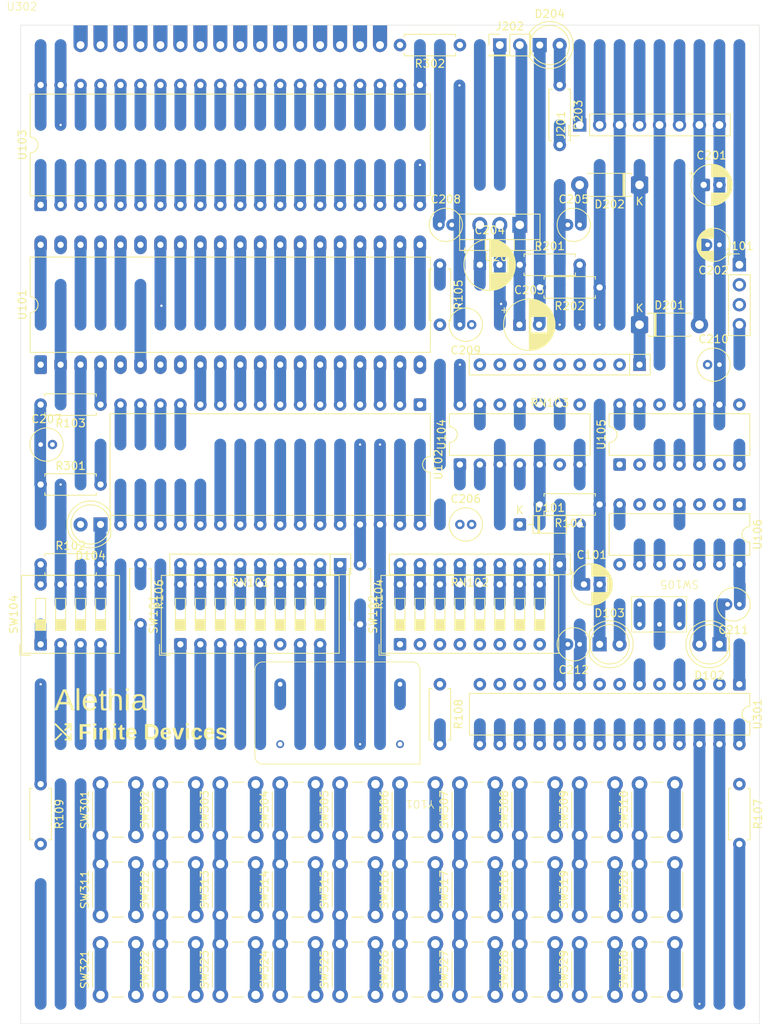
<source format=kicad_pcb>
(kicad_pcb (version 20241229) (generator "pcbnew") (generator_version "9.0")
  (layers (0 "F.Cu" signal) (4 "In1.Cu" signal) (6 "In2.Cu" signal) (8 "In3.Cu" signal) (10 "In4.Cu" signal) (12 "In5.Cu" signal) (14 "In6.Cu" signal) (16 "In7.Cu" signal) (18 "In8.Cu" signal) (20 "In9.Cu" signal) (22 "In10.Cu" signal) (2 "B.Cu" signal) (13 "F.Paste" user) (15 "B.Paste" user) (5 "F.SilkS" user "F.Silkscreen") (7 "B.SilkS" user "B.Silkscreen") (1 "F.Mask" user) (3 "B.Mask" user) (25 "Edge.Cuts" user))
  (net 0 "")
  (net 1 "GND")
  (net 2 "VCC")
  (net 3 "~{IRQ}")
  (net 4 "/A15")
  (net 5 "/A14")
  (net 6 "/A13")
  (net 7 "/A12")
  (net 8 "/A11")
  (net 9 "/A10")
  (net 10 "/A9")
  (net 11 "/A8")
  (net 12 "RAM_BANKSEL")
  (net 13 "/D2")
  (net 14 "/A3")
  (net 15 "/D0")
  (net 17 "/A5")
  (net 18 "CLOCK")
  (net 19 "/D6")
  (net 20 "/D1")
  (net 21 "/A0")
  (net 22 "/A1")
  (net 24 "/A4")
  (net 25 "PHI2O")
  (net 27 "/D5")
  (net 28 "/D7")
  (net 29 "/A2")
  (net 31 "unconnected-(U101-PHI1-Pad3)")
  (net 32 "/A7")
  (net 33 "/D3")
  (net 34 "/A6")
  (net 35 "/D4")
  (net 36 "+5V")
  (net 38 "~{VIA_CS}")
  (net 39 "~{RAM_CS}")
  (net 40 "VBS")
  (net 41 "unconnected-(J201-D+-Pad3)")
  (net 42 "unconnected-(J201-SBU1-Pad2)")
  (net 43 "unconnected-(J201-SBU2-Pad6)")
  (net 44 "unconnected-(J201-CC1-Pad5)")
  (net 45 "unconnected-(J201-CC2-Pad1)")
  (net 46 "unconnected-(J201-D--Pad4)")
  (net 49 "Net-(U104-Pad4)")
  (net 51 "unconnected-(U105-Pad11)")
  (net 52 "Net-(U105-Pad2)")
  (net 53 "Net-(U105-Pad1)")
  (net 56 "Net-(D201-A)")
  (net 57 "Net-(J202-Pin_2)")
  (net 58 "Net-(D202-A)")
  (net 59 "~{WE}")
  (net 60 "Net-(U102-~{OE})")
  (net 61 "Net-(U301-GPA0)")
  (net 62 "Net-(U301-GPB4)")
  (net 63 "Net-(U301-GPB7)")
  (net 64 "Net-(U301-GPA1)")
  (net 65 "Net-(U301-GPA2)")
  (net 66 "Net-(U301-GPA3)")
  (net 67 "Net-(U301-GPA4)")
  (net 68 "Net-(U301-GPA5)")
  (net 69 "Net-(U301-GPA6)")
  (net 70 "Net-(U301-GPA7)")
  (net 71 "Net-(U301-GPB6)")
  (net 72 "Net-(U301-GPB3)")
  (net 73 "Net-(U301-GPB5)")
  (net 74 "Net-(U301-GPB2)")
  (net 75 "unconnected-(U301-INTB-Pad19)")
  (net 76 "Net-(U302-V0)")
  (net 77 "KB_SO")
  (net 78 "KB_SI")
  (net 79 "KB_INT")
  (net 80 "KB_SCK")
  (net 81 "~{KB_CS}")
  (net 82 "Net-(U301-A0)")
  (net 83 "DISP_E")
  (net 84 "DISP_RW")
  (net 85 "DISP_RS")
  (net 86 "DISP_D0")
  (net 87 "DISP_D3")
  (net 88 "DISP_D1")
  (net 89 "DISP_D7")
  (net 90 "DISP_D5")
  (net 91 "DISP_D6")
  (net 92 "DISP_D2")
  (net 93 "DISP_D4")
  (net 95 "~{BATLOW}")
  (net 96 "KB_SWA")
  (net 97 "KB_SWB")
  (net 98 "DISP_BL")
  (net 99 "Net-(D102-A)")
  (net 100 "Net-(D103-A)")
  (net 101 "Net-(D104-A)")
  (net 102 "Net-(D204-A)")
  (net 103 "Net-(U103-PB0)")
  (net 104 "Net-(J101-Pin_2)")
  (net 105 "Net-(J101-Pin_3)")
  (footprint "Capacitor_THT:C_Radial_D4.0mm_H5.0mm_P1.50mm" (layer "F.Cu") (at 142.24 99.06 180)
    (property "Reference" "C211")
    (property "Value" "0.1u")
  )
  (footprint "Button_Switch_THT:SW_PUSH_6mm" (layer "F.Cu") (at 91.44 138.58 90)
    (property "Reference" "SW315")
    (property "Value" "G/^/CH7")
  )
  (footprint "Resistor_THT:R_Axial_DIN0207_L6.3mm_D2.5mm_P7.62mm_Horizontal" (layer "F.Cu") (at 66.04 93.98 -90)
    (property "Reference" "R106")
    (property "Value" "10k")
  )
  (footprint "Resistor_THT:R_Axial_DIN0207_L6.3mm_D2.5mm_P7.62mm_Horizontal" (layer "F.Cu") (at 124.46 58.756 180)
    (property "Reference" "R202")
    (property "Value" "39k")
  )
  (footprint "Package_DIP:DIP-40_W15.24mm" (layer "F.Cu") (at 53.34 48.26 90)
    (property "Reference" "U103")
    (property "Value" "W65C22N6TPG-14")
  )
  (footprint "Capacitor_THT:C_Radial_D4.0mm_H5.0mm_P1.50mm" (layer "F.Cu") (at 121.92 104.14 180)
    (property "Reference" "C212")
    (property "Value" "0.1u")
  )
  (footprint "Button_Switch_THT:SW_PUSH_6mm" (layer "F.Cu") (at 121.92 138.58 90)
    (property "Reference" "SW319")
    (property "Value" "L/)/]")
  )
  (footprint "Button_Switch_THT:SW_PUSH_6mm" (layer "F.Cu") (at 129.54 148.74 90)
    (property "Reference" "SW330")
    (property "Value" "SPC/ENT")
  )
  (footprint "Button_Switch_THT:SW_PUSH_6mm" (layer "F.Cu") (at 114.3 148.74 90)
    (property "Reference" "SW328")
    (property "Value" "M///?")
  )
  (footprint "Package_DIP:DIP-14_W7.62mm" (layer "F.Cu") (at 127 81.28 90)
    (property "Reference" "U105")
    (property "Value" "74LS08")
  )
  (footprint "Button_Switch_THT:SW_PUSH_6mm" (layer "F.Cu") (at 129.54 138.58 90)
    (property "Reference" "SW320")
    (property "Value" "BKSP/DEL")
  )
  (footprint "Button_Switch_THT:SW_PUSH_6mm" (layer "F.Cu") (at 106.68 138.58 90)
    (property "Reference" "SW317")
    (property "Value" "J/*/}")
  )
  (footprint "LED_THT:LED_D5.0mm" (layer "F.Cu") (at 116.84 27.94)
    (property "Reference" "D204")
    (property "Value" "Red LED")
  )
  (footprint "Resistor_THT:R_Axial_DIN0207_L6.3mm_D2.5mm_P7.62mm_Horizontal" (layer "F.Cu") (at 104.14 109.22 -90)
    (property "Reference" "R108")
    (property "Value" "330")
  )
  (footprint "Resistor_THT:R_Axial_DIN0207_L6.3mm_D2.5mm_P7.62mm_Horizontal" (layer "F.Cu") (at 119.38 33.02 -90)
    (property "Reference" "R203")
    (property "Value" "330")
  )
  (footprint "Capacitor_THT:C_Radial_D4.0mm_H5.0mm_P1.50mm" (layer "F.Cu") (at 120.42 50.8)
    (property "Reference" "C205")
    (property "Value" "0.1u")
  )
  (footprint "Button_Switch_THT:SW_PUSH_6mm" (layer "F.Cu") (at 91.44 148.74 90)
    (property "Reference" "SW325")
    (property "Value" "V/#/~")
  )
  (footprint "Button_Switch_THT:SW_PUSH_6mm" (layer "F.Cu") (at 91.44 128.42 90)
    (property "Reference" "SW305")
    (property "Value" "T/5/CH3")
  )
  (footprint "Resistor_THT:R_Axial_DIN0207_L6.3mm_D2.5mm_P7.62mm_Horizontal" (layer "F.Cu") (at 142.24 121.92 -90)
    (property "Reference" "R107")
    (property "Value" "330")
  )
  (footprint "Package_DIP:DIP-28_W7.62mm" (layer "F.Cu") (at 142.24 109.22 -90)
    (property "Reference" "U301")
    (property "Value" "MCP23S17_SP")
  )
  (footprint "Resistor_THT:R_Axial_DIN0207_L6.3mm_D2.5mm_P7.62mm_Horizontal" (layer "F.Cu") (at 53.34 93.98)
    (property "Reference" "R102")
    (property "Value" "10k")
  )
  (footprint "Connector_PinHeader_2.54mm:PinHeader_2x01_P2.54mm_Vertical" (layer "F.Cu") (at 111.76 27.94)
    (property "Reference" "J202")
    (property "Value" "9V battery")
  )
  (footprint "Button_Switch_THT:SW_PUSH_6mm" (layer "F.Cu") (at 76.2 128.42 90)
    (property "Reference" "SW303")
    (property "Value" "E/3/CH1")
  )
  (footprint "Button_Switch_THT:SW_PUSH_6mm" (layer "F.Cu") (at 121.92 148.74 90)
    (property "Reference" "SW329")
    (property "Value" "SYM")
  )
  (footprint "Package_DIP:DIP-14_W7.62mm" (layer "F.Cu") (at 142.24 86.36 -90)
    (property "Reference" "U106")
    (property "Value" "74LS21")
  )
  (footprint "Button_Switch_THT:SW_DIP_SPSTx08_Slide_9.78x22.5mm_W7.62mm_P2.54mm" (layer "F.Cu") (at 99.06 104.14 90)
    (property "Reference" "SW102")
    (property "Value" "SW_DIP_x08")
  )
  (footprint "Button_Switch_THT:SW_PUSH_6mm" (layer "F.Cu") (at 83.82 138.58 90)
    (property "Reference" "SW314")
    (property "Value" "F/%/CH6")
  )
  (footprint "Capacitor_THT:CP_Radial_D4.0mm_P1.50mm" (layer "F.Cu") (at 139.7 53.34 180)
    (property "Reference" "C202")
    (property "Value" "0.1u")
  )
  (footprint "Diode_THT:D_DO-41_SOD81_P7.62mm_Horizontal" (layer "F.Cu") (at 129.54 45.72 180)
    (property "Reference" "D202")
    (property "Value" "D_Schottky")
  )
  (footprint "LED_THT:LED_D5.0mm" (layer "F.Cu") (at 124.46 104.14)
    (property "Reference" "D103")
    (property "Value" "Red LED")
  )
  (footprint "Components:NHD-0420DZ-FL-YBW" (layer "F.Cu") (at 48.42 25.44)
    (property "Reference" "U302")
    (property "Value" "NHD-0420DZ-NSW-BBW")
  )
  (footprint "LED_THT:LED_D5.0mm" (layer "F.Cu") (at 139.7 104.14 180)
    (property "Reference" "D102")
    (property "Value" "Green LED")
  )
  (footprint "Resistor_THT:R_Axial_DIN0207_L6.3mm_D2.5mm_P7.62mm_Horizontal" (layer "F.Cu") (at 53.34 121.92 -90)
    (property "Reference" "R109")
    (property "Value" "330")
  )
  (footprint "Components:Badge" (layer "F.Cu") (at 66.04 113.03)
    (property "Reference" "G***" (hide yes))
    (property "Value" "LOGO" (hide yes))
  )
  (footprint "Button_Switch_THT:SW_DIP_SPSTx08_Slide_9.78x22.5mm_W7.62mm_P2.54mm" (layer "F.Cu") (at 71.12 104.14 90)
    (property "Reference" "SW101")
    (property "Value" "SW_DIP_x08")
  )
  (footprint "Button_Switch_THT:SW_PUSH_6mm" (layer "F.Cu") (at 76.2 138.58 90)
    (property "Reference" "SW313")
    (property "Value" "D/$/CH5")
  )
  (footprint "Button_Switch_THT:SW_PUSH_6mm" (layer "F.Cu") (at 60.96 138.58 90)
    (property "Reference" "SW311")
    (property "Value" "A/!/`")
  )
  (footprint "Capacitor_THT:C_Radial_D4.0mm_H5.0mm_P1.50mm" (layer "F.Cu") (at 53.34 78.74)
    (property "Reference" "C207")
    (property "Value" "0.1u")
  )
  (footprint "Package_DIP:DIP-40_W15.24mm_LongPads" (layer "F.Cu") (at 53.34 68.58 90)
    (property "Reference" "U101")
    (property "Value" "W65C02S6TPG-14")
  )
  (footprint "Resistor_THT:R_Axial_DIN0207_L6.3mm_D2.5mm_P7.62mm_Horizontal" (layer "F.Cu") (at 106.68 27.94 180)
    (property "Reference" "R302")
    (property "Value" "1.2k")
  )
  (footprint "Button_Switch_THT:SW_PUSH_6mm" (layer "F.Cu") (at 121.92 128.42 90)
    (property "Reference" "SW309")
    (property "Value" "O/9/=")
  )
  (footprint "Components:ECS-100AX-010" (layer "F.Cu") (at 101.6 119.38 180)
    (property "Reference" "Y101")
    (property "Value" "ECS-100AX-010")
  )
  (footprint "Button_Switch_THT:SW_PUSH_6mm" (layer "F.Cu") (at 106.68 128.42 90)
    (property "Reference" "SW307")
    (property "Value" "U/7/-")
  )
  (footprint "Button_Switch_THT:SW_PUSH_6mm" (layer "F.Cu") (at 129.54 128.42 90)
    (property "Reference" "SW310")
    (property "Value" "P/0")
  )
  (footprint "Capacitor_THT:C_Radial_D4.0mm_H5.0mm_P1.50mm" (layer "F.Cu") (at 108.18 63.5 180)
    (property "Reference" "C209")
    (property "Value" "0.1u")
  )
  (footprint "Package_TO_SOT_THT:TO-220-3_Vertical" (layer "F.Cu") (at 114.3 50.8 180)
    (property "Reference" "U201")
    (property "Value" "LP2954AIT/NOPB")
  )
  (footprint "Resistor_THT:R_Array_SIP9" (layer "F.Cu") (at 129.54 68.58 180)
    (property "Reference" "RN103")
    (property "Value" "8×10k")
  )
  (footprint "Button_Switch_THT:SW_PUSH_6mm" (layer "F.Cu") (at 83.82 148.74 90)
    (property "Reference" "SW324")
    (property "Value" "C/'/@")
  )
  (footprint "Button_Switch_THT:SW_PUSH_6mm" (layer "F.Cu") (at 83.82 128.42 90)
    (property "Reference" "SW304")
    (property "Value" "R/4/CH2")
  )
  (footprint "Capacitor_THT:CP_Radial_D5.0mm_P2.00mm" (layer "F.Cu") (at 137.7 45.72)
    (property "Reference" "C201")
    (property "Value" "10u")
  )
  (footprint "Package_DIP:DIP-14_W7.62mm" (layer "F.Cu") (at 106.68 81.28 90)
    (property "Reference" "U104")
    (property "Value" "74LS04")
  )
  (footprint "Button_Switch_THT:SW_PUSH_6mm" (layer "F.Cu") (at 68.58 138.58 90)
    (property "Reference" "SW312")
    (property "Value" "S/\"/CH4")
  )
  (footprint "Button_Switch_THT:SW_DIP_SPSTx04_Slide_9.78x12.34mm_W7.62mm_P2.54mm" (layer "F.Cu") (at 53.34 104.14 90)
    (property "Reference" "SW104")
    (property "Value" "SW_DIP_x04")
  )
  (footprint "Button_Switch_THT:SW_PUSH_6mm" (layer "F.Cu") (at 106.68 148.74 90)
    (property "Reference" "SW327")
    (property "Value" "N/./>")
  )
  (footprint "Button_Switch_THT:SW_PUSH_6mm" (layer "F.Cu") (at 99.06 128.42 90)
    (property "Reference" "SW306")
    (property "Value" "Y/6/_")
  )
  (footprint "Button_Switch_THT:SW_PUSH_6mm" (layer "F.Cu") (at 114.3 138.58 90)
    (property "Reference" "SW318")
    (property "Value" "K/(/[")
  )
  (footprint "Capacitor_THT:CP_Radial_D5.0mm_P2.00mm" (layer "F.Cu") (at 122.46 96.52)
    (property "Reference" "C101")
    (property "Value" "4.7u")
  )
  (footprint "Resistor_THT:R_Axial_DIN0207_L6.3mm_D2.5mm_P7.62mm_Horizontal" (layer "F.Cu") (at 104.14 55.88 -90)
    (property "Reference" "R105")
    (property "Value" "10k")
  )
  (footprint "Capacitor_THT:CP_Radial_D6.3mm_P2.50mm" (layer "F.Cu") (at 109.22 55.88)
    (property "Reference" "C204")
    (property "Value" "100u")
  )
  (footprint "Capacitor_THT:C_Radial_D4.0mm_H5.0mm_P1.50mm" (layer "F.Cu") (at 138.2 68.58)
    (property "Reference" "C210")
    (property "Value" "0.1u")
  )
  (footprint "Resistor_THT:R_Axial_DIN0207_L6.3mm_D2.5mm_P7.62mm_Horizontal" (layer "F.Cu") (at 93.98 93.98 -90)
    (property "Reference" "R104")
    (property "Value" "10k")
  )
  (footprint "Resistor_THT:R_Array_SIP9" (layer "F.Cu") (at 119.38 93.98 180)
    (property "Reference" "RN102")
    (property "Value" "8×10k")
  )
  (footprint "Diode_THT:D_DO-41_SOD81_P7.62mm_Horizontal" (layer "F.Cu") (at 129.54 63.5)
    (property "Reference" "D201")
    (property "Value" "D_Schottky")
  )
  (footprint "Resistor_THT:R_Axial_DIN0207_L6.3mm_D2.5mm_P7.62mm_Horizontal" (layer "F.Cu") (at 124.46 86.36 180)
    (property "Reference" "R101")
    (property "Value" "10k")
  )
  (footprint "Button_Switch_THT:SW_PUSH_6mm" (layer "F.Cu") (at 99.06 148.74 90)
    (property "Reference" "SW326")
    (property "Value" "B/,/<")
  )
  (footprint "Capacitor_THT:C_Radial_D4.0mm_H5.0mm_P1.50mm" (layer "F.Cu") (at 106.68 88.9)
    (property "Reference" "C206")
    (property "Value" "0.1u")
  )
  (footprint "Resistor_THT:R_Axial_DIN0207_L6.3mm_D2.5mm_P7.62mm_Horizontal" (layer "F.Cu") (at 53.34 83.82)
    (property "Reference" "R301")
    (property "Value" "10k")
  )
  (footprint "Button_Switch_THT:SW_PUSH_6mm" (layer "F.Cu") (at 68.58 128.42 90)
    (property "Reference" "SW302")
    (property "Value" "W/2/CH0")
  )
  (footprint "Capacitor_THT:CP_Radial_D6.3mm_P2.50mm" (layer "F.Cu") (at 114.26 63.5)
    (property "Reference" "C203")
    (property "Value" "100u")
  )
  (footprint "Resistor_THT:R_Array_SIP9" (layer "F.Cu") (at 91.44 93.98 180)
    (property "Reference" "RN101")
    (property "Value" "8×10k")
  )
  (footprint "Button_Switch_THT:SW_PUSH_6mm" (layer "F.Cu") (at 76.2 148.74 90)
    (property "Reference" "SW323")
    (property "Value" "X/;/:")
  )
  (footprint "Diode_THT:D_DO-35_SOD27_P7.62mm_Horizontal" (layer "F.Cu") (at 114.3 88.9)
    (property "Reference" "D101")
    (property "Value" "1N4148")
  )
  (footprint "Package_DIP:DIP-32_W15.24mm" (layer "F.Cu") (at 101.6 73.66 -90)
    (property "Reference" "U102")
    (property "Value" "AS6C1008-55PCN")
  )
  (footprint "Capacitor_THT:C_Radial_D4.0mm_H5.0mm_P1.50mm" (layer "F.Cu") (at 104.14 50.8)
    (property "Reference" "C208")
    (property "Value" "0.1u")
  )
  (footprint "Connector_PinHeader_2.54mm:PinHeader_1x08_P2.54mm_Vertical" (layer "F.Cu") (at 121.92 38.1 90)
    (property "Reference" "J201")
    (property "Value" "4090 USB-C")
  )
  (footprint "Button_Switch_THT:SW_PUSH_6mm" (layer "F.Cu") (at 114.3 128.42 90)
    (property "Reference" "SW308")
    (property "Value" "I/8/+")
  )
  (footprint "Button_Switch_THT:SW_PUSH_6mm" (layer "F.Cu") (at 60.96 148.74 90)
    (property "Reference" "SW321")
    (property "Value" "SHIFT")
  )
  (footprint "Components:G19AP" (layer "F.Cu") (at 134.62 101.6 180)
    (property "Reference" "SW105")
    (property "Value" "G19AP")
  )
  (footprint "Button_Switch_THT:SW_PUSH_6mm" (layer "F.Cu") (at 99.06 138.58 90)
    (property "Reference" "SW316")
    (property "Value" "H/&/{")
  )
  (footprint "Resistor_THT:R_Axial_DIN0207_L6.3mm_D2.5mm_P7.62mm_Horizontal" (layer "F.Cu") (at 114.3 55.88)
    (property "Reference" "R201")
    (property "Value" "100k")
  )
  (footprint "LED_THT:LED_D5.0mm" (layer "F.Cu") (at 60.96 88.9 180)
    (property "Reference" "D104")
    (property "Value" "Yellow LED")
  )
  (footprint "Button_Switch_THT:SW_PUSH_6mm" (layer "F.Cu") (at 68.58 148.74 90)
    (property "Reference" "SW322")
    (property "Value" "Z/\\/|")
  )
  (footprint "Button_Switch_THT:SW_PUSH_6mm" (layer "F.Cu") (at 60.96 128.42 90)
    (property "Reference" "SW301")
    (property "Value" "Q/1/STOP")
  )
  (footprint "Connector_PinHeader_2.54mm:PinHeader_1x04_P2.54mm_Vertical" (layer "F.Cu") (at 142.24 55.88)
    (property "Reference" "J101")
    (property "Value" "Conn_01x04")
  )
  (footprint "Resistor_THT:R_Axial_DIN0207_L6.3mm_D2.5mm_P7.62mm_Horizontal" (layer "F.Cu") (at 60.96 73.66 180)
    (property "Reference" "R103")
    (property "Value" "3.3k")
  )
  (gr_rect (start 50.8 25.4) (end 144.78 152.4) (stroke (width 0.05)) (fill no) (layer "Edge.Cuts"))
  (segment (start 68.58 116.84) (end 68.58 93.98) (width 1.5) (layer "B.Cu") (net 0))
  (segment (start 58.42 121.92) (end 58.42 149.86) (width 1.5) (layer "B.Cu") (net 0))
  (segment (start 104.14 81.28) (end 104.14 68.58) (width 1.5) (layer "B.Cu") (net 0))
  (segment (start 109.22 27.94) (end 109.22 45.72) (width 1.5) (layer "B.Cu") (net 0))
  (segment (start 55.88 121.92) (end 55.88 149.86) (width 1.5) (layer "B.Cu") (net 0))
  (segment (start 53.34 134.62) (end 53.34 149.86) (width 1.5) (layer "B.Cu") (net 0))
  (segment (start 104.14 88.9) (end 104.14 86.36) (width 1.5) (layer "B.Cu") (net 0))
  (segment (start 63.5 93.98) (end 63.5 116.84) (width 1.5) (layer "B.Cu") (net 0))
  (via (at 119.38 63.5) (size 0.6) (drill 0.3) (layers "F.Cu" "B.Cu") (net 1))
  (via (at 106.629 33.071) (size 0.6) (drill 0.3) (layers "F.Cu" "B.Cu") (net 1))
  (via (at 93.98 116.84) (size 0.6) (drill 0.3) (layers "F.Cu" "B.Cu") (net 1))
  (via (at 111.923577 60.858) (size 0.6) (drill 0.3) (layers "F.Cu" "B.Cu") (net 1))
  (via (at 106.629 60.96) (size 0.6) (drill 0.3) (layers "F.Cu" "B.Cu") (net 1))
  (segment (start 65.46 148.74) (end 65.46 142.24) (width 1.5) (layer "B.Cu") (net 1))
  (segment (start 139.7 38.1) (end 139.7 27.94) (width 1.5) (layer "B.Cu") (net 1))
  (segment (start 139.7 55.88) (end 139.751 55.931) (width 1.5) (layer "B.Cu") (net 1))
  (segment (start 116.84 63.42) (end 116.76 63.5) (width 1.5) (layer "B.Cu") (net 1))
  (segment (start 139.751 55.931) (end 139.751 48.311) (width 1.5) (layer "B.Cu") (net 1))
  (segment (start 124.46 86.36) (end 124.46 96.52) (width 1.5) (layer "B.Cu") (net 1))
  (segment (start 142.24 55.88) (end 142.24 27.94) (width 1.5) (layer "B.Cu") (net 1))
  (segment (start 134.62 81.28) (end 134.62 78.74) (width 1.5) (layer "B.Cu") (net 1))
  (segment (start 137.16 81.28) (end 137.16 73.66) (width 1.5) (layer "B.Cu") (net 1))
  (segment (start 111.76 27.94) (end 111.76 45.72) (width 1.5) (layer "B.Cu") (net 1))
  (segment (start 119.38 53.34) (end 119.38 50.8) (width 1.5) (layer "B.Cu") (net 1))
  (segment (start 119.38 60.96) (end 119.38 63.5) (width 1.5) (layer "B.Cu") (net 1))
  (segment (start 126.42 142.24) (end 126.42 148.74) (width 1.5) (layer "B.Cu") (net 1))
  (segment (start 109.22 73.66) (end 109.22 76.2) (width 1.5) (layer "B.Cu") (net 1))
  (segment (start 116.84 58.756) (end 116.84 60.96) (width 1.5) (layer "B.Cu") (net 1))
  (segment (start 114.3 73.66) (end 114.3 76.2) (width 1.5) (layer "B.Cu") (net 1))
  (segment (start 119.38 109.22) (end 119.38 104.14) (width 1.5) (layer "B.Cu") (net 1))
  (segment (start 139.7 99.06) (end 140.59 99.06) (width 1.5) (layer "B.Cu") (net 1))
  (segment (start 53.34 48.26) (end 53.34 43.18) (width 1.5) (layer "B.Cu") (net 1))
  (segment (start 111.923577 60.858) (end 111.76 61.021577) (width 1.5) (layer "B.Cu") (net 1))
  (segment (start 93.98 101.6) (end 93.98 99.06) (width 1.5) (layer "B.Cu") (net 1))
  (segment (start 119.38 53.34) (end 119.38 55.88) (width 1.5) (layer "B.Cu") (net 1))
  (segment (start 106.629 50.8) (end 105.691 50.8) (width 1.5) (layer "B.Cu") (net 1))
  (segment (start 119.38 73.66) (end 119.38 76.2) (width 1.5) (layer "B.Cu") (net 1))
  (segment (start 101.6 53.34) (end 101.6 63.5) (width 1.5) (layer "B.Cu") (net 1))
  (segment (start 139.751 48.311) (end 139.7 48.26) (width 1.5) (layer "B.Cu") (net 1))
  (segment (start 93.98 101.6) (end 93.98 116.84) (width 1.5) (layer "B.Cu") (net 1))
  (segment (start 139.7 73.66) (end 139.7 76.2) (width 1.5) (layer "B.Cu") (net 1))
  (segment (start 111.76 116.84) (end 111.76 114.3) (width 1.5) (layer "B.Cu") (net 1))
  (segment (start 139.7 38.1) (end 139.7 45.72) (width 1.5) (layer "B.Cu") (net 1))
  (segment (start 106.629 50.8) (end 106.629 33.071) (width 1.5) (layer "B.Cu") (net 1))
  (segment (start 121.92 81.28) (end 121.92 78.74) (width 1.5) (layer "B.Cu") (net 1))
  (segment (start 119.38 93.98) (end 119.38 104.14) (width 1.5) (layer "B.Cu") (net 1))
  (segment (start 111.923577 60.858) (end 111.76 60.694423) (width 1.5) (layer "B.Cu") (net 1))
  (segment (start 124.46 96.52) (end 124.46 104.14) (width 1.5) (layer "B.Cu") (net 1))
  (segment (start 116.84 60.96) (end 116.84 63.42) (width 1.5) (layer "B.Cu") (net 1))
  (segment (start 60.96 96.52) (end 60.96 93.98) (width 1.5) (layer "B.Cu") (net 1))
  (segment (start 139.751 55.931) (end 139.751 73.609) (width 1.5) (layer "B.Cu") (net 1))
  (segment (start 60.96 93.98) (end 60.96 88.9) (width 1.5) (layer "B.Cu") (net 1))
  (segment (start 106.629 60.96) (end 106.629 50.8) (width 1.5) (layer "B.Cu") (net 1))
  (segment (start 121.92 81.28) (end 121.92 83.82) (width 1.5) (layer "B.Cu") (net 1))
  (segment (start 63.5 73.66) (end 63.5 78.74) (width 1.5) (layer "B.Cu") (net 1))
  (segment (start 116.84 58.756) (end 116.84 27.94) (width 1.5) (layer "B.Cu") (net 1))
  (segment (start 58.42 96.52) (end 58.42 99.06) (width 1.5) (layer "B.Cu") (net 1))
  (segment (start 142.24 81.28) (end 142.24 78.74) (width 1.5) (layer "B.Cu") (net 1))
  (segment (start 139.7 48.26) (end 139.7 45.72) (width 1.5) (layer "B.Cu") (net 1))
  (segment (start 127 86.36) (end 127 88.9) (width 1.5) (layer "B.Cu") (net 1))
  (segment (start 119.38 50.8) (end 120.369 50.8) (width 1.5) (layer "B.Cu") (net 1))
  (segment (start 119.38 104.14) (end 120.369 104.14) (width 1.5) (layer "B.Cu") (net 1))
  (segment (start 119.38 93.98) (end 119.38 86.36) (width 1.5) (layer "B.Cu") (net 1))
  (segment (start 111.76 60.694423) (end 111.76 50.8) (width 1.5) (layer "B.Cu") (net 1))
  (segment (start 91.44 93.98) (end 91.44 116.84) (width 1.5) (layer "B.Cu") (net 1))
  (segment (start 58.42 96.52) (end 58.42 93.98) (width 1.5) (layer "B.Cu") (net 1))
  (segment (start 119.38 58.42) (end 119.38 60.96) (width 1.5) (layer "B.Cu") (net 1))
  (segment (start 124.46 86.36) (end 124.46 73.66) (width 1.5) (layer "B.Cu") (net 1))
  (segment (start 119.38 50.8) (end 119.38 45.72) (width 1.5) (layer "B.Cu") (net 1))
  (segment (start 139.7 104.14) (end 139.7 99.06) (width 1.5) (layer "B.Cu") (net 1))
  (segment (start 129.54 73.66) (end 129.54 76.2) (width 1.5) (layer "B.Cu") (net 1))
  (segment (start 139.751 73.609) (end 139.7 73.66) (width 1.5) (layer "B.Cu") (net 1))
  (segment (start 60.96 96.52) (end 60.96 99.06) (width 1.5) (layer "B.Cu") (net 1))
  (segment (start 111.76 61.021577) (end 111.76 63.5) (width 1.5) (layer "B.Cu") (net 1))
  (segment (start 119.38 58.42) (end 119.38 53.34) (width 1.5) (layer "B.Cu") (net 1))
  (segment (start 106.629 63.5) (end 106.629 60.96) (width 1.5) (layer "B.Cu") (net 1))
  (via (at 106.68 68.58) (size 0.6) (drill 0.3) (layers "F.Cu" "B.Cu") (net 2))
  (via (at 101.6 43.18) (size 0.6) (drill 0.3) (layers "F.Cu" "B.Cu") (net 2))
  (segment (start 66.04 68.58) (end 66.04 58.42) (width 1.5) (layer "B.Cu") (net 2))
  (segment (start 55.88 68.58) (end 55.88 58.42) (width 1.5) (layer "B.Cu") (net 2))
  (segment (start 58.42 53.34) (end 58.42 63.5) (width 1.5) (layer "B.Cu") (net 2))
  (segment (start 142.24 93.98) (end 142.24 96.52) (width 1.5) (layer "B.Cu") (net 2))
  (segment (start 122.07 103.435423) (end 121.92 103.285423) (width 1.5) (layer "B.Cu") (net 2))
  (segment (start 53.289 73.711) (end 53.289 83.769) (width 1.5) (layer "B.Cu") (net 2))
  (segment (start 53.34 73.66) (end 53.289 73.711) (width 1.5) (layer "B.Cu") (net 2))
  (segment (start 101.6 48.26) (end 101.6 43.18) (width 1.5) (layer "B.Cu") (net 2))
  (segment (start 127 73.66) (end 127 76.2) (width 1.5) (layer "B.Cu") (net 2))
  (segment (start 55.88 104.14) (end 55.88 116.84) (width 1.5) (layer "B.Cu") (net 2))
  (segment (start 104.14 116.84) (end 104.14 114.3) (width 1.5) (layer "B.Cu") (net 2))
  (segment (start 142.24 93.98) (end 142.24 91.44) (width 1.5) (layer "B.Cu") (net 2))
  (segment (start 116.84 116.84) (end 116.84 114.3) (width 1.5) (layer "B.Cu") (net 2))
  (segment (start 142.291 96.571) (end 142.291 99.06) (width 1.5) (layer "B.Cu") (net 2))
  (segment (start 53.289 83.769) (end 53.34 83.82) (width 1.5) (layer "B.Cu") (net 2))
  (segment (start 104.14 49.945423) (end 103.99 50.095423) (width 1.5) (layer "B.Cu") (net 2))
  (segment (start 103.99 50.095423) (end 103.99 50.8) (width 1.5) (layer "B.Cu") (net 2))
  (segment (start 121.92 103.285423) (end 121.92 101.6) (width 1.5) (layer "B.Cu") (net 2))
  (segment (start 106.68 73.66) (end 106.68 68.58) (width 1.5) (layer "B.Cu") (net 2))
  (segment (start 53.34 53.34) (end 53.34 63.5) (width 1.5) (layer "B.Cu") (net 2))
  (segment (start 121.92 109.22) (end 121.92 104.994577) (width 1.5) (layer "B.Cu") (net 2))
  (segment (start 63.5 53.34) (end 63.5 63.5) (width 1.5) (layer "B.Cu") (net 2))
  (segment (start 99.06 109.22) (end 99.06 111.76) (width 1.5) (layer "B.Cu") (net 2))
  (segment (start 122.07 104.844577) (end 122.07 103.435423) (width 1.5) (layer "B.Cu") (net 2))
  (segment (start 104.14 27.94) (end 104.14 49.945423) (width 1.5) (layer "B.Cu") (net 2))
  (segment (start 55.88 68.58) (end 55.88 73.66) (width 1.5) (layer "B.Cu") (net 2))
  (segment (start 121.92 104.994577) (end 122.07 104.844577) (width 1.5) (layer "B.Cu") (net 2))
  (segment (start 142.24 63.5) (end 142.24 68.58) (width 1.5) (layer "B.Cu") (net 2))
  (segment (start 53.34 83.82) (end 53.34 88.9) (width 1.5) (layer "B.Cu") (net 2))
  (segment (start 129.54 99.06) (end 129.54 101.6) (width 1.5) (layer "B.Cu") (net 2))
  (segment (start 142.24 96.52) (end 142.291 96.571) (width 1.5) (layer "B.Cu") (net 2))
  (segment (start 68.58 33.02) (end 68.58 38.1) (width 1.5) (layer "B.Cu") (net 2))
  (segment (start 101.6 33.02) (end 101.6 27.94) (width 1.5) (layer "B.Cu") (net 3))
  (segment (start 60.96 68.58) (end 60.96 73.66) (width 1.5) (layer "B.Cu") (net 3))
  (segment (start 101.6 33.02) (end 101.6 38.1) (width 1.5) (layer "B.Cu") (net 3))
  (segment (start 137.16 93.98) (end 137.16 91.44) (width 1.5) (layer "B.Cu") (net 4))
  (segment (start 83.82 88.9) (end 83.82 78.74) (width 1.5) (layer "B.Cu") (net 4))
  (segment (start 91.44 53.34) (end 91.44 63.5) (width 1.5) (layer "B.Cu") (net 4))
  (segment (start 139.7 93.98) (end 139.7 91.44) (width 1.5) (layer "B.Cu") (net 5))
  (segment (start 86.36 88.9) (end 86.36 78.74) (width 1.5) (layer "B.Cu") (net 5))
  (segment (start 93.98 53.34) (end 93.98 63.5) (width 1.5) (layer "B.Cu") (net 5))
  (segment (start 88.9 88.9) (end 88.9 78.74) (width 1.5) (layer "B.Cu") (net 6))
  (segment (start 96.52 53.34) (end 96.52 63.5) (width 1.5) (layer "B.Cu") (net 6))
  (segment (start 129.54 93.98) (end 129.54 91.44) (width 1.5) (layer "B.Cu") (net 7))
  (segment (start 91.44 88.9) (end 91.44 78.74) (width 1.5) (layer "B.Cu") (net 7))
  (segment (start 99.06 53.34) (end 99.06 63.5) (width 1.5) (layer "B.Cu") (net 7))
  (segment (start 134.62 86.36) (end 134.62 88.9) (width 1.5) (layer "B.Cu") (net 8))
  (segment (start 99.06 88.9) (end 99.06 78.74) (width 1.5) (layer "B.Cu") (net 8))
  (segment (start 99.06 68.58) (end 99.06 73.66) (width 1.5) (layer "B.Cu") (net 9))
  (segment (start 96.52 73.66) (end 96.52 68.58) (width 1.5) (layer "B.Cu") (net 10))
  (segment (start 132.08 93.98) (end 132.08 91.44) (width 1.5) (layer "B.Cu") (net 10))
  (segment (start 111.76 81.28) (end 111.76 78.74) (width 1.5) (layer "B.Cu") (net 11))
  (segment (start 111.76 81.28) (end 111.76 88.9) (width 1.5) (layer "B.Cu") (net 11))
  (segment (start 93.98 68.58) (end 93.98 73.66) (width 1.5) (layer "B.Cu") (net 11))
  (segment (start 78.74 88.9) (end 78.74 78.74) (width 1.5) (layer "B.Cu") (net 12))
  (segment (start 53.34 96.52) (end 53.34 93.98) (width 1.5) (layer "B.Cu") (net 12))
  (segment (start 76.2 33.02) (end 76.2 38.1) (width 1.5) (layer "B.Cu") (net 13))
  (segment (start 76.2 53.34) (end 76.2 63.5) (width 1.5) (layer "B.Cu") (net 13))
  (segment (start 71.12 73.66) (end 71.12 78.74) (width 1.5) (layer "B.Cu") (net 13))
  (segment (start 104.14 93.98) (end 104.14 99.06) (width 1.5) (layer "B.Cu") (net 13))
  (segment (start 66.04 33.02) (end 66.04 38.1) (width 1.5) (layer "B.Cu") (net 14))
  (segment (start 78.74 93.98) (end 78.74 99.06) (width 1.5) (layer "B.Cu") (net 14))
  (segment (start 81.28 68.58) (end 81.28 73.66) (width 1.5) (layer "B.Cu") (net 14))
  (segment (start 71.12 53.34) (end 71.12 63.5) (width 1.5) (layer "B.Cu") (net 15))
  (segment (start 71.12 33.02) (end 71.12 38.1) (width 1.5) (layer "B.Cu") (net 15))
  (segment (start 99.06 93.98) (end 99.06 99.06) (width 1.5) (layer "B.Cu") (net 15))
  (segment (start 66.04 73.66) (end 66.04 78.74) (width 1.5) (layer "B.Cu") (net 15))
  (segment (start 83.82 96.52) (end 83.82 99.06) (width 1.5) (layer "B.Cu") (net 17))
  (segment (start 83.82 93.98) (end 83.82 96.52) (width 1.5) (layer "B.Cu") (net 17))
  (segment (start 86.36 68.58) (end 86.36 73.66) (width 1.5) (layer "B.Cu") (net 17))
  (segment (start 83.82 109.22) (end 83.82 111.76) (width 1.5) (layer "B.Cu") (net 18))
  (segment (start 60.96 58.42) (end 60.96 63.5) (width 1.5) (layer "B.Cu") (net 18))
  (segment (start 91.44 33.02) (end 91.44 38.1) (width 1.5) (layer "B.Cu") (net 18))
  (segment (start 60.96 53.34) (end 60.96 58.42) (width 1.5) (layer "B.Cu") (net 18))
  (segment (start 86.36 33.02) (end 86.36 38.1) (width 1.5) (layer "B.Cu") (net 19))
  (segment (start 71.12 88.9) (end 71.12 83.82) (width 1.5) (layer "B.Cu") (net 19))
  (segment (start 86.36 53.34) (end 86.36 63.5) (width 1.5) (layer "B.Cu") (net 19))
  (segment (start 114.3 93.98) (end 114.3 99.06) (width 1.5) (layer "B.Cu") (net 19))
  (segment (start 68.58 76.2) (end 68.58 78.74) (width 1.5) (layer "B.Cu") (net 20))
  (segment (start 73.66 53.34) (end 73.66 63.5) (width 1.5) (layer "B.Cu") (net 20))
  (segment (start 73.66 33.02) (end 73.66 38.1) (width 1.5) (layer "B.Cu") (net 20))
  (segment (start 68.58 73.66) (end 68.58 76.2) (width 1.5) (layer "B.Cu") (net 20))
  (segment (start 101.6 93.98) (end 101.6 99.06) (width 1.5) (layer "B.Cu") (net 20))
  (segment (start 73.66 68.58) (end 73.66 73.66) (width 1.5) (layer "B.Cu") (net 21))
  (segment (start 58.42 33.02) (end 58.42 38.1) (width 1.5) (layer "B.Cu") (net 21))
  (segment (start 71.12 93.98) (end 71.12 99.06) (width 1.5) (layer "B.Cu") (net 21))
  (segment (start 76.2 68.58) (end 76.2 73.66) (width 1.5) (layer "B.Cu") (net 22))
  (segment (start 73.66 93.98) (end 73.66 99.06) (width 1.5) (layer "B.Cu") (net 22))
  (segment (start 60.96 33.02) (end 60.96 38.1) (width 1.5) (layer "B.Cu") (net 22))
  (segment (start 81.28 93.98) (end 81.28 96.52) (width 1.5) (layer "B.Cu") (net 24))
  (segment (start 81.28 96.52) (end 81.28 99.06) (width 1.5) (layer "B.Cu") (net 24))
  (segment (start 83.82 68.58) (end 83.82 73.66) (width 1.5) (layer "B.Cu") (net 24))
  (via (at 96.52 78.74) (size 0.6) (drill 0.3) (layers "F.Cu" "B.Cu") (net 25))
  (segment (start 96.52 88.9) (end 96.52 116.84) (width 1.5) (layer "B.Cu") (net 25))
  (segment (start 104.14 55.88) (end 104.14 58.42) (width 1.5) (layer "B.Cu") (net 25))
  (segment (start 96.52 88.9) (end 96.52 78.74) (width 1.5) (layer "B.Cu") (net 25))
  (segment (start 111.76 93.98) (end 111.76 96.52) (width 1.5) (layer "B.Cu") (net 27))
  (segment (start 111.76 96.52) (end 111.76 99.06) (width 1.5) (layer "B.Cu") (net 27))
  (segment (start 83.82 33.02) (end 83.82 38.1) (width 1.5) (layer "B.Cu") (net 27))
  (segment (start 68.58 88.9) (end 68.58 83.82) (width 1.5) (layer "B.Cu") (net 27))
  (segment (start 83.82 53.34) (end 83.82 63.5) (width 1.5) (layer "B.Cu") (net 27))
  (segment (start 73.66 88.9) (end 73.66 83.82) (width 1.5) (layer "B.Cu") (net 28))
  (segment (start 88.9 53.34) (end 88.9 63.5) (width 1.5) (layer "B.Cu") (net 28))
  (segment (start 88.9 33.02) (end 88.9 38.1) (width 1.5) (layer "B.Cu") (net 28))
  (segment (start 116.84 93.98) (end 116.84 99.06) (width 1.5) (layer "B.Cu") (net 28))
  (segment (start 76.2 93.98) (end 76.2 99.06) (width 1.5) (layer "B.Cu") (net 29))
  (segment (start 63.5 33.02) (end 63.5 38.1) (width 1.5) (layer "B.Cu") (net 29))
  (segment (start 78.74 68.58) (end 78.74 73.66) (width 1.5) (layer "B.Cu") (net 29))
  (segment (start 58.42 68.58) (end 58.42 83.82) (width 1.5) (layer "B.Cu") (net 31))
  (segment (start 88.9 96.52) (end 88.9 99.06) (width 1.5) (layer "B.Cu") (net 32))
  (segment (start 88.9 96.52) (end 88.9 93.98) (width 1.5) (layer "B.Cu") (net 32))
  (segment (start 91.44 68.58) (end 91.44 73.66) (width 1.5) (layer "B.Cu") (net 32))
  (segment (start 78.74 33.02) (end 78.74 38.1) (width 1.5) (layer "B.Cu") (net 33))
  (segment (start 78.74 53.34) (end 78.74 63.5) (width 1.5) (layer "B.Cu") (net 33))
  (segment (start 63.5 88.9) (end 63.5 83.82) (width 1.5) (layer "B.Cu") (net 33))
  (segment (start 106.68 93.98) (end 106.68 99.06) (width 1.5) (layer "B.Cu") (net 33))
  (segment (start 88.9 68.58) (end 88.9 73.66) (width 1.5) (layer "B.Cu") (net 34))
  (segment (start 86.36 93.98) (end 86.36 96.52) (width 1.5) (layer "B.Cu") (net 34))
  (segment (start 86.36 96.52) (end 86.36 99.06) (width 1.5) (layer "B.Cu") (net 34))
  (segment (start 66.04 88.9) (end 66.04 83.82) (width 1.5) (layer "B.Cu") (net 35))
  (segment (start 109.22 93.98) (end 109.22 99.06) (width 1.5) (layer "B.Cu") (net 35))
  (segment (start 81.28 53.34) (end 81.28 63.5) (width 1.5) (layer "B.Cu") (net 35))
  (segment (start 81.28 33.02) (end 81.28 38.1) (width 1.5) (layer "B.Cu") (net 35))
  (segment (start 129.54 68.58) (end 129.54 63.5) (width 1.5) (layer "B.Cu") (net 36))
  (segment (start 66.04 101.6) (end 66.04 116.84) (width 1.5) (layer "B.Cu") (net 36))
  (segment (start 129.54 45.72) (end 129.54 43.18) (width 1.5) (layer "B.Cu") (net 36))
  (segment (start 129.54 45.72) (end 129.54 63.5) (width 1.5) (layer "B.Cu") (net 36))
  (segment (start 53.34 104.14) (end 53.34 101.6) (width 1.5) (layer "B.Cu") (net 36))
  (segment (start 101.6 88.9) (end 101.6 78.74) (width 1.5) (layer "B.Cu") (net 36))
  (segment (start 132.08 99.06) (end 132.08 104.14) (width 1.5) (layer "B.Cu") (net 36))
  (segment (start 96.52 33.02) (end 96.52 38.1) (width 1.5) (layer "B.Cu") (net 38))
  (segment (start 93.98 33.02) (end 93.98 38.1) (width 1.5) (layer "B.Cu") (net 39))
  (segment (start 116.84 86.36) (end 116.84 88.9) (width 1.5) (layer "B.Cu") (net 39))
  (segment (start 132.08 81.28) (end 132.08 78.74) (width 1.5) (layer "B.Cu") (net 39))
  (segment (start 116.84 81.28) (end 116.84 86.36) (width 1.5) (layer "B.Cu") (net 39))
  (segment (start 76.2 88.9) (end 76.2 78.74) (width 1.5) (layer "B.Cu") (net 39))
  (segment (start 116.84 81.28) (end 116.84 78.74) (width 1.5) (layer "B.Cu") (net 39))
  (segment (start 86.36 104.14) (end 86.36 116.84) (width 1.5) (layer "B.Cu") (net 40))
  (segment (start 73.66 104.14) (end 73.66 116.84) (width 1.5) (layer "B.Cu") (net 40))
  (segment (start 78.74 104.14) (end 78.74 116.84) (width 1.5) (layer "B.Cu") (net 40))
  (segment (start 71.12 104.14) (end 71.12 116.84) (width 1.5) (layer "B.Cu") (net 40))
  (segment (start 88.9 104.14) (end 88.9 116.84) (width 1.5) (layer "B.Cu") (net 40))
  (segment (start 122.46 96.52) (end 121.92 96.52) (width 1.5) (layer "B.Cu") (net 40))
  (segment (start 134.62 99.06) (end 134.62 101.6) (width 1.5) (layer "B.Cu") (net 40))
  (segment (start 76.2 104.14) (end 76.2 116.84) (width 1.5) (layer "B.Cu") (net 40))
  (segment (start 81.28 104.14) (end 81.28 116.84) (width 1.5) (layer "B.Cu") (net 40))
  (segment (start 121.92 88.9) (end 121.92 96.52) (width 1.5) (layer "B.Cu") (net 40))
  (segment (start 127 38.1) (end 127 63.5) (width 1.5) (layer "B.Cu") (net 41))
  (segment (start 127 38.1) (end 127 27.94) (width 1.5) (layer "B.Cu") (net 41))
  (segment (start 124.46 38.1) (end 124.46 27.94) (width 1.5) (layer "B.Cu") (net 42))
  (segment (start 134.62 38.1) (end 134.62 27.94) (width 1.5) (layer "B.Cu") (net 43))
  (segment (start 132.08 38.1) (end 132.08 27.94) (width 1.5) (layer "B.Cu") (net 44))
  (segment (start 132.08 38.1) (end 132.08 63.5) (width 1.5) (layer "B.Cu") (net 44))
  (segment (start 132.08 63.5) (end 132.08 68.58) (width 1.5) (layer "B.Cu") (net 44))
  (segment (start 121.92 38.1) (end 121.92 27.94) (width 1.5) (layer "B.Cu") (net 45))
  (segment (start 129.54 38.1) (end 129.54 27.94) (width 1.5) (layer "B.Cu") (net 46))
  (segment (start 114.3 81.28) (end 114.3 83.82) (width 1.5) (layer "B.Cu") (net 49))
  (segment (start 134.62 73.66) (end 134.62 43.18) (width 1.5) (layer "B.Cu") (net 51))
  (segment (start 137.16 63.5) (end 137.16 54.23) (width 1.5) (layer "B.Cu") (net 56))
  (segment (start 137.16 46.26) (end 137.7 45.72) (width 1.5) (layer "B.Cu") (net 56))
  (segment (start 137.16 54.23) (end 137.16 46.26) (width 1.5) (layer "B.Cu") (net 56))
  (segment (start 119.38 40.64) (end 119.38 38.1) (width 1.5) (layer "B.Cu") (net 56))
  (segment (start 137.16 38.1) (end 137.16 46.26) (width 1.5) (layer "B.Cu") (net 56))
  (segment (start 137.16 38.1) (end 137.16 27.94) (width 1.5) (layer "B.Cu") (net 56))
  (segment (start 137.16 54.23) (end 138.05 53.34) (width 1.5) (layer "B.Cu") (net 56))
  (segment (start 114.511 50.589) (end 114.511 28.151) (width 1.5) (layer "B.Cu") (net 57))
  (segment (start 114.26 60.96) (end 114.26 55.92) (width 1.5) (layer "B.Cu") (net 57))
  (segment (start 114.511 28.151) (end 114.3 27.94) (width 1.5) (layer "B.Cu") (net 57))
  (segment (start 114.3 55.88) (end 114.3 50.8) (width 1.5) (layer "B.Cu") (net 57))
  (segment (start 114.26 63.5) (end 114.26 60.96) (width 1.5) (layer "B.Cu") (net 57))
  (segment (start 114.3 50.8) (end 114.511 50.589) (width 1.5) (layer "B.Cu") (net 57))
  (segment (start 114.26 55.92) (end 114.3 55.88) (width 1.5) (layer "B.Cu") (net 57))
  (segment (start 109.22 55.88) (end 109.22 50.8) (width 1.5) (layer "B.Cu") (net 58))
  (segment (start 109.22 55.84) (end 109.26 55.88) (width 1.5) (layer "B.Cu") (net 58))
  (segment (start 109.22 55.88) (end 109.22 58.42) (width 1.5) (layer "B.Cu") (net 58))
  (segment (start 122.07 45.87) (end 122.07 50.8) (width 1.5) (layer "B.Cu") (net 58))
  (segment (start 121.92 45.72) (end 122.07 45.87) (width 1.5) (layer "B.Cu") (net 58))
  (via (at 68.712789 61.092789) (size 0.6) (drill 0.3) (layers "F.Cu" "B.Cu") (net 59))
  (via (at 93.98 78.74) (size 0.6) (drill 0.3) (layers "F.Cu" "B.Cu") (net 59))
  (segment (start 68.58 53.34) (end 68.58 63.5) (width 1.5) (layer "B.Cu") (net 59))
  (segment (start 99.06 33.02) (end 99.06 38.1) (width 1.5) (layer "B.Cu") (net 59))
  (segment (start 93.98 93.98) (end 93.98 88.9) (width 1.5) (layer "B.Cu") (net 59))
  (segment (start 93.98 88.9) (end 93.98 78.74) (width 1.5) (layer "B.Cu") (net 59))
  (segment (start 106.68 81.28) (end 106.68 83.82) (width 1.5) (layer "B.Cu") (net 59))
  (segment (start 81.28 88.9) (end 81.28 78.74) (width 1.5) (layer "B.Cu") (net 60))
  (segment (start 66.04 93.98) (end 66.04 96.52) (width 1.5) (layer "B.Cu") (net 60))
  (segment (start 109.22 81.28) (end 109.22 83.82) (width 1.5) (layer "B.Cu") (net 60))
  (segment (start 68.58 121.92) (end 68.58 148.74) (width 1.5) (layer "B.Cu") (net 61))
  (segment (start 124.46 116.84) (end 124.46 114.3) (width 1.5) (layer "B.Cu") (net 61))
  (segment (start 65.46 121.92) (end 65.46 128.42) (width 1.5) (layer "B.Cu") (net 61))
  (segment (start 60.96 121.92) (end 60.96 138.58) (width 1.5) (layer "B.Cu") (net 62))
  (segment (start 129.54 138.58) (end 129.54 121.92) (width 1.5) (layer "B.Cu") (net 62))
  (segment (start 95.94 128.42) (end 95.94 121.92) (width 1.5) (layer "B.Cu") (net 63))
  (segment (start 73.08 128.42) (end 73.08 121.92) (width 1.5) (layer "B.Cu") (net 63))
  (segment (start 88.32 128.42) (end 88.32 121.92) (width 1.5) (layer "B.Cu") (net 63))
  (segment (start 126.42 121.92) (end 126.42 128.42) (width 1.5) (layer "B.Cu") (net 63))
  (segment (start 118.8 128.42) (end 118.8 121.92) (width 1.5) (layer "B.Cu") (net 63))
  (segment (start 103.56 121.92) (end 103.56 128.42) (width 1.5) (layer "B.Cu") (net 63))
  (segment (start 111.18 121.92) (end 111.18 128.42) (width 1.5) (layer "B.Cu") (net 63))
  (segment (start 80.7 128.42) (end 80.7 121.92) (width 1.5) (layer "B.Cu") (net 63))
  (segment (start 65.46 138.58) (end 65.46 132.08) (width 1.5) (layer "B.Cu") (net 64))
  (segment (start 76.2 121.92) (end 76.2 148.74) (width 1.5) (layer "B.Cu") (net 64))
  (segment (start 127 116.84) (end 127 114.3) (width 1.5) (layer "B.Cu") (net 64))
  (segment (start 129.54 116.84) (end 129.54 114.3) (width 1.5) (layer "B.Cu") (net 65))
  (segment (start 83.82 121.92) (end 83.82 148.74) (width 1.5) (layer "B.Cu") (net 65))
  (segment (start 91.44 121.92) (end 91.44 148.74) (width 1.5) (layer "B.Cu") (net 66))
  (segment (start 132.08 116.84) (end 132.08 114.3) (width 1.5) (layer "B.Cu") (net 66))
  (segment (start 99.06 121.92) (end 99.06 148.74) (width 1.5) (layer "B.Cu") (net 67))
  (segment (start 134.62 116.84) (end 134.62 114.3) (width 1.5) (layer "B.Cu") (net 67))
  (via (at 137.16 149.86) (size 0.6) (drill 0.3) (layers "F.Cu" "B.Cu") (net 68))
  (segment (start 106.68 121.92) (end 106.68 148.74) (width 1.5) (layer "B.Cu") (net 68))
  (segment (start 137.16 116.84) (end 137.16 114.3) (width 1.5) (layer "B.Cu") (net 68))
  (segment (start 137.16 116.84) (end 137.16 149.86) (width 1.5) (layer "B.Cu") (net 68))
  (segment (start 134.04 132.08) (end 134.04 138.58) (width 1.5) (layer "B.Cu") (net 69))
  (segment (start 114.3 121.92) (end 114.3 148.74) (width 1.5) (layer "B.Cu") (net 69))
  (segment (start 139.7 116.84) (end 139.7 149.86) (width 1.5) (layer "B.Cu") (net 69))
  (segment (start 139.7 116.84) (end 139.7 114.3) (width 1.5) (layer "B.Cu") (net 69))
  (segment (start 134.04 121.92) (end 134.04 128.42) (width 1.5) (layer "B.Cu") (net 70))
  (segment (start 121.92 121.92) (end 121.92 138.58) (width 1.5) (layer "B.Cu") (net 70))
  (segment (start 142.24 116.84) (end 142.24 114.3) (width 1.5) (layer "B.Cu") (net 70))
  (segment (start 129.54 142.24) (end 129.54 148.74) (width 1.5) (layer "B.Cu") (net 70))
  (segment (start 95.94 138.58) (end 95.94 132.08) (width 1.5) (layer "B.Cu") (net 71))
  (segment (start 73.08 132.08) (end 73.08 138.58) (width 1.5) (layer "B.Cu") (net 71))
  (segment (start 80.7 138.58) (end 80.7 132.08) (width 1.5) (layer "B.Cu") (net 71))
  (segment (start 118.8 138.58) (end 118.8 132.08) (width 1.5) (layer "B.Cu") (net 71))
  (segment (start 103.56 132.08) (end 103.56 138.58) (width 1.5) (layer "B.Cu") (net 71))
  (segment (start 88.32 132.08) (end 88.32 138.58) (width 1.5) (layer "B.Cu") (net 71))
  (segment (start 111.18 132.08) (end 111.18 138.58) (width 1.5) (layer "B.Cu") (net 71))
  (segment (start 126.42 132.08) (end 126.42 138.58) (width 1.5) (layer "B.Cu") (net 71))
  (segment (start 60.96 142.24) (end 60.96 148.74) (width 1.5) (layer "B.Cu") (net 72))
  (segment (start 134.62 109.22) (end 134.62 106.68) (width 1.5) (layer "B.Cu") (net 72))
  (segment (start 103.56 142.24) (end 103.56 148.74) (width 1.5) (layer "B.Cu") (net 73))
  (segment (start 95.94 148.74) (end 95.94 142.24) (width 1.5) (layer "B.Cu") (net 73))
  (segment (start 80.7 148.74) (end 80.7 142.24) (width 1.5) (layer "B.Cu") (net 73))
  (segment (start 111.18 142.24) (end 111.18 148.74) (width 1.5) (layer "B.Cu") (net 73))
  (segment (start 129.54 109.22) (end 129.54 106.68) (width 1.5) (layer "B.Cu") (net 73))
  (segment (start 118.8 148.74) (end 118.8 142.24) (width 1.5) (layer "B.Cu") (net 73))
  (segment (start 73.08 142.24) (end 73.08 148.74) (width 1.5) (layer "B.Cu") (net 73))
  (segment (start 134.04 142.24) (end 134.04 148.74) (width 1.5) (layer "B.Cu") (net 73))
  (segment (start 88.32 142.24) (end 88.32 148.74) (width 1.5) (layer "B.Cu") (net 73))
  (segment (start 121.92 142.24) (end 121.92 148.74) (width 1.5) (layer "B.Cu") (net 74))
  (segment (start 119.38 116.84) (end 119.38 114.3) (width 1.5) (layer "B.Cu") (net 75))
  (segment (start 60.96 83.82) (end 60.96 78.74) (width 1.5) (layer "B.Cu") (net 76))
  (segment (start 86.36 48.26) (end 86.36 43.18) (width 1.5) (layer "B.Cu") (net 77))
  (segment (start 88.9 48.26) (end 88.9 43.18) (width 1.5) (layer "B.Cu") (net 78))
  (segment (start 53.34 33.02) (end 53.34 38.1) (width 1.5) (layer "B.Cu") (net 79))
  (segment (start 53.34 33.02) (end 53.34 27.94) (width 1.5) (layer "B.Cu") (net 79))
  (segment (start 121.92 116.84) (end 121.92 114.3) (width 1.5) (layer "B.Cu") (net 79))
  (segment (start 91.44 48.26) (end 91.44 43.18) (width 1.5) (layer "B.Cu") (net 80))
  (segment (start 93.98 48.26) (end 93.98 43.18) (width 1.5) (layer "B.Cu") (net 81))
  (segment (start 109.22 116.84) (end 109.22 114.3) (width 1.5) (layer "B.Cu") (net 82))
  (segment (start 114.3 116.84) (end 114.3 114.3) (width 1.5) (layer "B.Cu") (net 82))
  (segment (start 83.82 48.26) (end 83.82 43.18) (width 1.5) (layer "B.Cu") (net 83))
  (segment (start 81.28 48.26) (end 81.28 43.18) (width 1.5) (layer "B.Cu") (net 84))
  (segment (start 78.74 48.26) (end 78.74 43.18) (width 1.5) (layer "B.Cu") (net 85))
  (segment (start 55.88 48.26) (end 55.88 43.18) (width 1.5) (layer "B.Cu") (net 86))
  (segment (start 63.5 48.26) (end 63.5 43.18) (width 1.5) (layer "B.Cu") (net 87))
  (segment (start 58.42 48.26) (end 58.42 43.18) (width 1.5) (layer "B.Cu") (net 88))
  (segment (start 73.66 48.26) (end 73.66 43.18) (width 1.5) (layer "B.Cu") (net 89))
  (segment (start 68.58 48.26) (end 68.58 43.18) (width 1.5) (layer "B.Cu") (net 90))
  (segment (start 71.12 48.26) (end 71.12 43.18) (width 1.5) (layer "B.Cu") (net 91))
  (segment (start 60.96 48.26) (end 60.96 43.18) (width 1.5) (layer "B.Cu") (net 92))
  (segment (start 66.04 48.26) (end 66.04 43.18) (width 1.5) (layer "B.Cu") (net 93))
  (via (at 121.92 63.5) (size 0.6) (drill 0.3) (layers "F.Cu" "B.Cu") (net 95))
  (via (at 124.46 63.5) (size 0.6) (drill 0.3) (layers "F.Cu" "B.Cu") (net 95))
  (via (at 55.88 38.1) (size 0.6) (drill 0.3) (layers "F.Cu" "B.Cu") (net 95))
  (segment (start 124.46 58.756) (end 124.46 43.18) (width 1.5) (layer "B.Cu") (net 95))
  (segment (start 124.46 58.756) (end 124.46 63.5) (width 1.5) (layer "B.Cu") (net 95))
  (segment (start 121.92 55.88) (end 121.92 63.5) (width 1.5) (layer "B.Cu") (net 95))
  (segment (start 55.88 33.02) (end 55.88 38.1) (width 1.5) (layer "B.Cu") (net 95))
  (segment (start 55.88 33.02) (end 55.88 27.94) (width 1.5) (layer "B.Cu") (net 95))
  (segment (start 142.24 109.22) (end 142.24 104.14) (width 1.5) (layer "B.Cu") (net 96))
  (segment (start 58.42 104.14) (end 58.42 116.84) (width 1.5) (layer "B.Cu") (net 96))
  (segment (start 60.96 104.14) (end 60.96 116.84) (width 1.5) (layer "B.Cu") (net 97))
  (via (at 55.88 83.82) (size 0.6) (drill 0.3) (layers "F.Cu" "B.Cu") (net 98))
  (segment (start 55.88 96.52) (end 55.88 83.82) (width 1.5) (layer "B.Cu") (net 98))
  (segment (start 55.88 96.52) (end 55.88 99.06) (width 1.5) (layer "B.Cu") (net 98))
  (segment (start 142.24 129.54) (end 142.24 149.86) (width 1.5) (layer "B.Cu") (net 99))
  (segment (start 137.16 104.14) (end 137.16 99.06) (width 1.5) (layer "B.Cu") (net 99))
  (segment (start 127 104.14) (end 127 99.06) (width 1.5) (layer "B.Cu") (net 100))
  (via (at 53.34 109.22) (size 0.6) (drill 0.3) (layers "F.Cu" "B.Cu") (net 101))
  (segment (start 53.34 121.92) (end 53.34 109.22) (width 1.5) (layer "B.Cu") (net 101))
  (segment (start 119.38 27.94) (end 119.38 33.02) (width 1.5) (layer "B.Cu") (net 102))
  (segment (start 76.2 48.26) (end 76.2 43.18) (width 1.5) (layer "B.Cu") (net 103))
  (segment (start 99.06 48.26) (end 99.06 43.18) (width 1.5) (layer "B.Cu") (net 104))
  (segment (start 96.52 48.26) (end 96.52 43.18) (width 1.5) (layer "B.Cu") (net 105))
)
</source>
